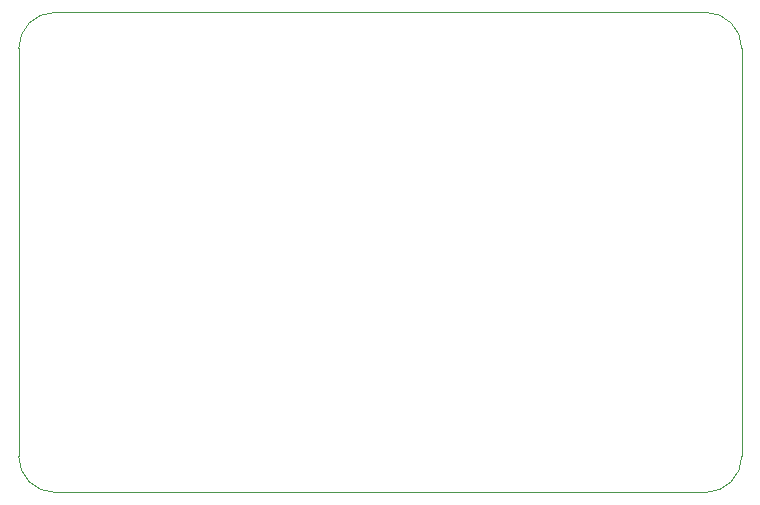
<source format=gbr>
%TF.GenerationSoftware,KiCad,Pcbnew,7.0.9*%
%TF.CreationDate,2023-12-10T22:35:00+01:00*%
%TF.ProjectId,LTC2439-Evaluation-board,4c544332-3433-4392-9d45-76616c756174,rev?*%
%TF.SameCoordinates,Original*%
%TF.FileFunction,Profile,NP*%
%FSLAX46Y46*%
G04 Gerber Fmt 4.6, Leading zero omitted, Abs format (unit mm)*
G04 Created by KiCad (PCBNEW 7.0.9) date 2023-12-10 22:35:00*
%MOMM*%
%LPD*%
G01*
G04 APERTURE LIST*
%TA.AperFunction,Profile*%
%ADD10C,0.100000*%
%TD*%
G04 APERTURE END LIST*
D10*
X165100000Y-62992000D02*
G75*
G03*
X162052000Y-59944000I-3048000J0D01*
G01*
X103886000Y-62992000D02*
X103886000Y-97536000D01*
X103886000Y-97536000D02*
G75*
G03*
X106934000Y-100584000I3048000J0D01*
G01*
X165100000Y-62992000D02*
X165100000Y-97536000D01*
X106934000Y-100584000D02*
X162052000Y-100584000D01*
X106934000Y-59944000D02*
X162052000Y-59944000D01*
X162052000Y-100584000D02*
G75*
G03*
X165100000Y-97536000I0J3048000D01*
G01*
X106934000Y-59944000D02*
G75*
G03*
X103886000Y-62992000I0J-3048000D01*
G01*
M02*

</source>
